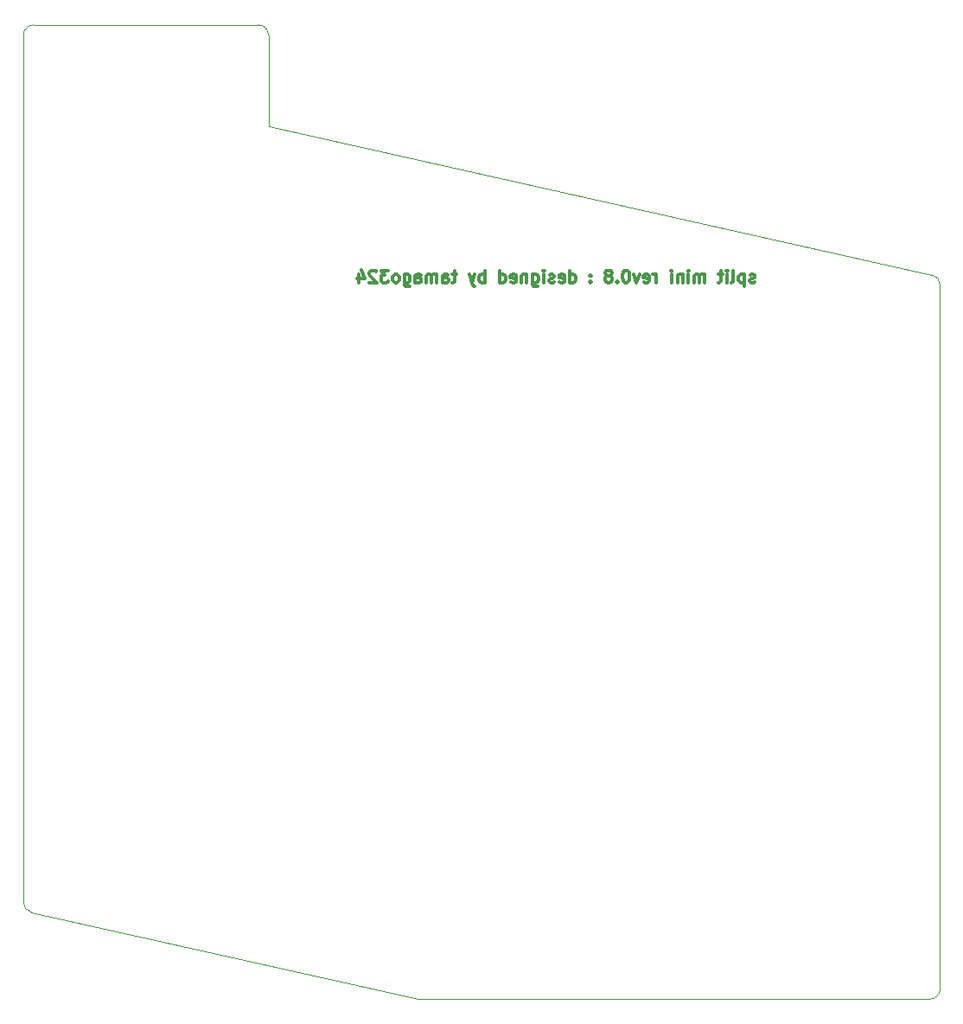
<source format=gbo>
%TF.GenerationSoftware,KiCad,Pcbnew,(6.0.6)*%
%TF.CreationDate,2022-11-27T23:57:51+09:00*%
%TF.ProjectId,split-mini__bottom,73706c69-742d-46d6-996e-695f5f626f74,rev?*%
%TF.SameCoordinates,Original*%
%TF.FileFunction,Legend,Bot*%
%TF.FilePolarity,Positive*%
%FSLAX46Y46*%
G04 Gerber Fmt 4.6, Leading zero omitted, Abs format (unit mm)*
G04 Created by KiCad (PCBNEW (6.0.6)) date 2022-11-27 23:57:51*
%MOMM*%
%LPD*%
G01*
G04 APERTURE LIST*
%TA.AperFunction,Profile*%
%ADD10C,0.100000*%
%TD*%
%ADD11C,0.300000*%
%ADD12C,0.350000*%
%ADD13C,2.200000*%
G04 APERTURE END LIST*
D10*
X113700000Y-47980000D02*
X48706692Y-33440758D01*
X114481692Y-117888869D02*
X114481692Y-48955880D01*
X25706692Y-23513892D02*
G75*
G03*
X24706692Y-24513869I8J-1000008D01*
G01*
X113481692Y-118888892D02*
G75*
G03*
X114481692Y-117888869I8J999992D01*
G01*
X114481737Y-48955880D02*
G75*
G03*
X113700000Y-47980000I-1000137J-120D01*
G01*
X63592178Y-118888869D02*
X113481692Y-118888869D01*
X25488384Y-110389626D02*
X63373870Y-118864748D01*
X63373868Y-118864755D02*
G75*
G03*
X63592178Y-118888869I218232J975455D01*
G01*
X24706692Y-24513869D02*
X24706692Y-109413746D01*
X24706653Y-109413746D02*
G75*
G03*
X25488384Y-110389626I1000047J46D01*
G01*
X47706692Y-23513869D02*
X25706692Y-23513869D01*
X48706731Y-24513869D02*
G75*
G03*
X47706692Y-23513869I-1000031J-31D01*
G01*
X48706692Y-24513869D02*
X48706692Y-33440758D01*
D11*
X96347142Y-48685714D02*
X96232857Y-48742857D01*
X96004285Y-48742857D01*
X95890000Y-48685714D01*
X95832857Y-48571428D01*
X95832857Y-48514285D01*
X95890000Y-48400000D01*
X96004285Y-48342857D01*
X96175714Y-48342857D01*
X96290000Y-48285714D01*
X96347142Y-48171428D01*
X96347142Y-48114285D01*
X96290000Y-48000000D01*
X96175714Y-47942857D01*
X96004285Y-47942857D01*
X95890000Y-48000000D01*
X95318571Y-47942857D02*
X95318571Y-49142857D01*
X95318571Y-48000000D02*
X95204285Y-47942857D01*
X94975714Y-47942857D01*
X94861428Y-48000000D01*
X94804285Y-48057142D01*
X94747142Y-48171428D01*
X94747142Y-48514285D01*
X94804285Y-48628571D01*
X94861428Y-48685714D01*
X94975714Y-48742857D01*
X95204285Y-48742857D01*
X95318571Y-48685714D01*
X94061428Y-48742857D02*
X94175714Y-48685714D01*
X94232857Y-48571428D01*
X94232857Y-47542857D01*
X93604285Y-48742857D02*
X93604285Y-47942857D01*
X93604285Y-47542857D02*
X93661428Y-47600000D01*
X93604285Y-47657142D01*
X93547142Y-47600000D01*
X93604285Y-47542857D01*
X93604285Y-47657142D01*
X93204285Y-47942857D02*
X92747142Y-47942857D01*
X93032857Y-47542857D02*
X93032857Y-48571428D01*
X92975714Y-48685714D01*
X92861428Y-48742857D01*
X92747142Y-48742857D01*
X91432857Y-48742857D02*
X91432857Y-47942857D01*
X91432857Y-48057142D02*
X91375714Y-48000000D01*
X91261428Y-47942857D01*
X91090000Y-47942857D01*
X90975714Y-48000000D01*
X90918571Y-48114285D01*
X90918571Y-48742857D01*
X90918571Y-48114285D02*
X90861428Y-48000000D01*
X90747142Y-47942857D01*
X90575714Y-47942857D01*
X90461428Y-48000000D01*
X90404285Y-48114285D01*
X90404285Y-48742857D01*
X89832857Y-48742857D02*
X89832857Y-47942857D01*
X89832857Y-47542857D02*
X89890000Y-47600000D01*
X89832857Y-47657142D01*
X89775714Y-47600000D01*
X89832857Y-47542857D01*
X89832857Y-47657142D01*
X89261428Y-47942857D02*
X89261428Y-48742857D01*
X89261428Y-48057142D02*
X89204285Y-48000000D01*
X89090000Y-47942857D01*
X88918571Y-47942857D01*
X88804285Y-48000000D01*
X88747142Y-48114285D01*
X88747142Y-48742857D01*
X88175714Y-48742857D02*
X88175714Y-47942857D01*
X88175714Y-47542857D02*
X88232857Y-47600000D01*
X88175714Y-47657142D01*
X88118571Y-47600000D01*
X88175714Y-47542857D01*
X88175714Y-47657142D01*
X86690000Y-48742857D02*
X86690000Y-47942857D01*
X86690000Y-48171428D02*
X86632857Y-48057142D01*
X86575714Y-48000000D01*
X86461428Y-47942857D01*
X86347142Y-47942857D01*
X85490000Y-48685714D02*
X85604285Y-48742857D01*
X85832857Y-48742857D01*
X85947142Y-48685714D01*
X86004285Y-48571428D01*
X86004285Y-48114285D01*
X85947142Y-48000000D01*
X85832857Y-47942857D01*
X85604285Y-47942857D01*
X85490000Y-48000000D01*
X85432857Y-48114285D01*
X85432857Y-48228571D01*
X86004285Y-48342857D01*
X85032857Y-47942857D02*
X84747142Y-48742857D01*
X84461428Y-47942857D01*
X83775714Y-47542857D02*
X83661428Y-47542857D01*
X83547142Y-47600000D01*
X83490000Y-47657142D01*
X83432857Y-47771428D01*
X83375714Y-48000000D01*
X83375714Y-48285714D01*
X83432857Y-48514285D01*
X83490000Y-48628571D01*
X83547142Y-48685714D01*
X83661428Y-48742857D01*
X83775714Y-48742857D01*
X83890000Y-48685714D01*
X83947142Y-48628571D01*
X84004285Y-48514285D01*
X84061428Y-48285714D01*
X84061428Y-48000000D01*
X84004285Y-47771428D01*
X83947142Y-47657142D01*
X83890000Y-47600000D01*
X83775714Y-47542857D01*
X82861428Y-48628571D02*
X82804285Y-48685714D01*
X82861428Y-48742857D01*
X82918571Y-48685714D01*
X82861428Y-48628571D01*
X82861428Y-48742857D01*
X82118571Y-48057142D02*
X82232857Y-48000000D01*
X82290000Y-47942857D01*
X82347142Y-47828571D01*
X82347142Y-47771428D01*
X82290000Y-47657142D01*
X82232857Y-47600000D01*
X82118571Y-47542857D01*
X81890000Y-47542857D01*
X81775714Y-47600000D01*
X81718571Y-47657142D01*
X81661428Y-47771428D01*
X81661428Y-47828571D01*
X81718571Y-47942857D01*
X81775714Y-48000000D01*
X81890000Y-48057142D01*
X82118571Y-48057142D01*
X82232857Y-48114285D01*
X82290000Y-48171428D01*
X82347142Y-48285714D01*
X82347142Y-48514285D01*
X82290000Y-48628571D01*
X82232857Y-48685714D01*
X82118571Y-48742857D01*
X81890000Y-48742857D01*
X81775714Y-48685714D01*
X81718571Y-48628571D01*
X81661428Y-48514285D01*
X81661428Y-48285714D01*
X81718571Y-48171428D01*
X81775714Y-48114285D01*
X81890000Y-48057142D01*
X80232857Y-48628571D02*
X80175714Y-48685714D01*
X80232857Y-48742857D01*
X80290000Y-48685714D01*
X80232857Y-48628571D01*
X80232857Y-48742857D01*
X80232857Y-48000000D02*
X80175714Y-48057142D01*
X80232857Y-48114285D01*
X80290000Y-48057142D01*
X80232857Y-48000000D01*
X80232857Y-48114285D01*
X78232857Y-48742857D02*
X78232857Y-47542857D01*
X78232857Y-48685714D02*
X78347142Y-48742857D01*
X78575714Y-48742857D01*
X78690000Y-48685714D01*
X78747142Y-48628571D01*
X78804285Y-48514285D01*
X78804285Y-48171428D01*
X78747142Y-48057142D01*
X78690000Y-48000000D01*
X78575714Y-47942857D01*
X78347142Y-47942857D01*
X78232857Y-48000000D01*
X77204285Y-48685714D02*
X77318571Y-48742857D01*
X77547142Y-48742857D01*
X77661428Y-48685714D01*
X77718571Y-48571428D01*
X77718571Y-48114285D01*
X77661428Y-48000000D01*
X77547142Y-47942857D01*
X77318571Y-47942857D01*
X77204285Y-48000000D01*
X77147142Y-48114285D01*
X77147142Y-48228571D01*
X77718571Y-48342857D01*
X76690000Y-48685714D02*
X76575714Y-48742857D01*
X76347142Y-48742857D01*
X76232857Y-48685714D01*
X76175714Y-48571428D01*
X76175714Y-48514285D01*
X76232857Y-48400000D01*
X76347142Y-48342857D01*
X76518571Y-48342857D01*
X76632857Y-48285714D01*
X76690000Y-48171428D01*
X76690000Y-48114285D01*
X76632857Y-48000000D01*
X76518571Y-47942857D01*
X76347142Y-47942857D01*
X76232857Y-48000000D01*
X75661428Y-48742857D02*
X75661428Y-47942857D01*
X75661428Y-47542857D02*
X75718571Y-47600000D01*
X75661428Y-47657142D01*
X75604285Y-47600000D01*
X75661428Y-47542857D01*
X75661428Y-47657142D01*
X74575714Y-47942857D02*
X74575714Y-48914285D01*
X74632857Y-49028571D01*
X74690000Y-49085714D01*
X74804285Y-49142857D01*
X74975714Y-49142857D01*
X75090000Y-49085714D01*
X74575714Y-48685714D02*
X74690000Y-48742857D01*
X74918571Y-48742857D01*
X75032857Y-48685714D01*
X75090000Y-48628571D01*
X75147142Y-48514285D01*
X75147142Y-48171428D01*
X75090000Y-48057142D01*
X75032857Y-48000000D01*
X74918571Y-47942857D01*
X74690000Y-47942857D01*
X74575714Y-48000000D01*
X74004285Y-47942857D02*
X74004285Y-48742857D01*
X74004285Y-48057142D02*
X73947142Y-48000000D01*
X73832857Y-47942857D01*
X73661428Y-47942857D01*
X73547142Y-48000000D01*
X73490000Y-48114285D01*
X73490000Y-48742857D01*
X72461428Y-48685714D02*
X72575714Y-48742857D01*
X72804285Y-48742857D01*
X72918571Y-48685714D01*
X72975714Y-48571428D01*
X72975714Y-48114285D01*
X72918571Y-48000000D01*
X72804285Y-47942857D01*
X72575714Y-47942857D01*
X72461428Y-48000000D01*
X72404285Y-48114285D01*
X72404285Y-48228571D01*
X72975714Y-48342857D01*
X71375714Y-48742857D02*
X71375714Y-47542857D01*
X71375714Y-48685714D02*
X71490000Y-48742857D01*
X71718571Y-48742857D01*
X71832857Y-48685714D01*
X71890000Y-48628571D01*
X71947142Y-48514285D01*
X71947142Y-48171428D01*
X71890000Y-48057142D01*
X71832857Y-48000000D01*
X71718571Y-47942857D01*
X71490000Y-47942857D01*
X71375714Y-48000000D01*
X69890000Y-48742857D02*
X69890000Y-47542857D01*
X69890000Y-48000000D02*
X69775714Y-47942857D01*
X69547142Y-47942857D01*
X69432857Y-48000000D01*
X69375714Y-48057142D01*
X69318571Y-48171428D01*
X69318571Y-48514285D01*
X69375714Y-48628571D01*
X69432857Y-48685714D01*
X69547142Y-48742857D01*
X69775714Y-48742857D01*
X69890000Y-48685714D01*
X68918571Y-47942857D02*
X68632857Y-48742857D01*
X68347142Y-47942857D02*
X68632857Y-48742857D01*
X68747142Y-49028571D01*
X68804285Y-49085714D01*
X68918571Y-49142857D01*
X67147142Y-47942857D02*
X66690000Y-47942857D01*
X66975714Y-47542857D02*
X66975714Y-48571428D01*
X66918571Y-48685714D01*
X66804285Y-48742857D01*
X66690000Y-48742857D01*
X65775714Y-48742857D02*
X65775714Y-48114285D01*
X65832857Y-48000000D01*
X65947142Y-47942857D01*
X66175714Y-47942857D01*
X66290000Y-48000000D01*
X65775714Y-48685714D02*
X65890000Y-48742857D01*
X66175714Y-48742857D01*
X66290000Y-48685714D01*
X66347142Y-48571428D01*
X66347142Y-48457142D01*
X66290000Y-48342857D01*
X66175714Y-48285714D01*
X65890000Y-48285714D01*
X65775714Y-48228571D01*
X65204285Y-48742857D02*
X65204285Y-47942857D01*
X65204285Y-48057142D02*
X65147142Y-48000000D01*
X65032857Y-47942857D01*
X64861428Y-47942857D01*
X64747142Y-48000000D01*
X64690000Y-48114285D01*
X64690000Y-48742857D01*
X64690000Y-48114285D02*
X64632857Y-48000000D01*
X64518571Y-47942857D01*
X64347142Y-47942857D01*
X64232857Y-48000000D01*
X64175714Y-48114285D01*
X64175714Y-48742857D01*
X63090000Y-48742857D02*
X63090000Y-48114285D01*
X63147142Y-48000000D01*
X63261428Y-47942857D01*
X63490000Y-47942857D01*
X63604285Y-48000000D01*
X63090000Y-48685714D02*
X63204285Y-48742857D01*
X63490000Y-48742857D01*
X63604285Y-48685714D01*
X63661428Y-48571428D01*
X63661428Y-48457142D01*
X63604285Y-48342857D01*
X63490000Y-48285714D01*
X63204285Y-48285714D01*
X63090000Y-48228571D01*
X62004285Y-47942857D02*
X62004285Y-48914285D01*
X62061428Y-49028571D01*
X62118571Y-49085714D01*
X62232857Y-49142857D01*
X62404285Y-49142857D01*
X62518571Y-49085714D01*
X62004285Y-48685714D02*
X62118571Y-48742857D01*
X62347142Y-48742857D01*
X62461428Y-48685714D01*
X62518571Y-48628571D01*
X62575714Y-48514285D01*
X62575714Y-48171428D01*
X62518571Y-48057142D01*
X62461428Y-48000000D01*
X62347142Y-47942857D01*
X62118571Y-47942857D01*
X62004285Y-48000000D01*
X61261428Y-48742857D02*
X61375714Y-48685714D01*
X61432857Y-48628571D01*
X61490000Y-48514285D01*
X61490000Y-48171428D01*
X61432857Y-48057142D01*
X61375714Y-48000000D01*
X61261428Y-47942857D01*
X61090000Y-47942857D01*
X60975714Y-48000000D01*
X60918571Y-48057142D01*
X60861428Y-48171428D01*
X60861428Y-48514285D01*
X60918571Y-48628571D01*
X60975714Y-48685714D01*
X61090000Y-48742857D01*
X61261428Y-48742857D01*
X60461428Y-47542857D02*
X59718571Y-47542857D01*
X60118571Y-48000000D01*
X59947142Y-48000000D01*
X59832857Y-48057142D01*
X59775714Y-48114285D01*
X59718571Y-48228571D01*
X59718571Y-48514285D01*
X59775714Y-48628571D01*
X59832857Y-48685714D01*
X59947142Y-48742857D01*
X60290000Y-48742857D01*
X60404285Y-48685714D01*
X60461428Y-48628571D01*
X59261428Y-47657142D02*
X59204285Y-47600000D01*
X59090000Y-47542857D01*
X58804285Y-47542857D01*
X58690000Y-47600000D01*
X58632857Y-47657142D01*
X58575714Y-47771428D01*
X58575714Y-47885714D01*
X58632857Y-48057142D01*
X59318571Y-48742857D01*
X58575714Y-48742857D01*
X57547142Y-47942857D02*
X57547142Y-48742857D01*
X57832857Y-47485714D02*
X58118571Y-48342857D01*
X57375714Y-48342857D01*
D12*
X99710000Y-49060000D03*
X60480000Y-112870000D03*
X33690000Y-108030000D03*
X110200000Y-93560000D03*
X33730000Y-54530000D03*
%LPC*%
D13*
%TO.C,HOLE3*%
X99710000Y-49060000D03*
%TD*%
%TO.C,HOLE5*%
X60480000Y-112870000D03*
%TD*%
%TO.C,HOLE4*%
X33690000Y-108030000D03*
%TD*%
%TO.C,HOLE2*%
X110200000Y-93560000D03*
%TD*%
%TO.C,HOLE1*%
X33730000Y-54530000D03*
%TD*%
M02*

</source>
